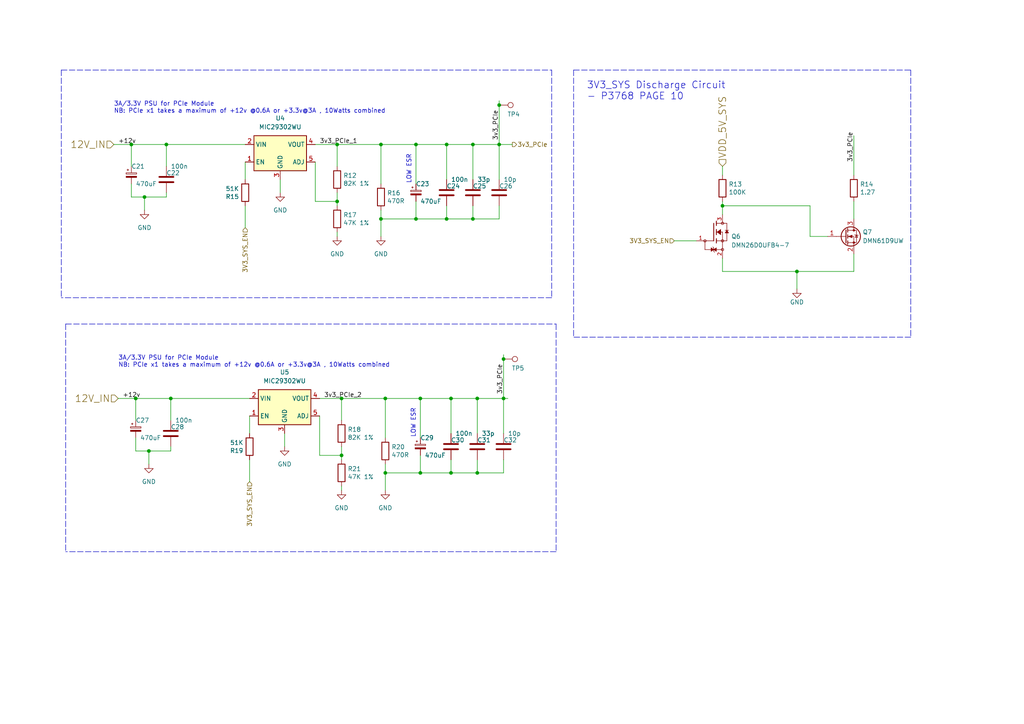
<source format=kicad_sch>
(kicad_sch (version 20211123) (generator eeschema)
  (paper "A4")
  (title_block (date "2023-05-28") (company "www.infinitytech.ltd") (comment 1 "(+20) 010 60 44 9214") (comment 2 "Design By: Mohamed Maher") (comment 4 "Jetson Orin SOM Custom Carrier Boards V1.0"))
  (lib_symbols
    (symbol "Connector:TestPoint" (pin_numbers hide) (pin_names (offset 0.762) hide)
      (property "Reference" "TP" (at 0 6.858 0))
      (property "Value" "TestPoint" (at 0 5.08 0))
      (symbol "TestPoint_0_1"
        (circle (center 0 3.302) (radius 0.762))
      )
      (symbol "TestPoint_1_1"
        (pin passive line (at 0 0 90) (length 2.54) (name "1") (number "1"))
      )
    )
    (symbol "DMN26D0UFB4-7:DMN26D0UFB4-7" (pin_names (offset 1.016))
      (property "Reference" "Q" (at -8.89 2.54 0))
      (property "Value" "DMN26D0UFB4-7" (at -8.89 -10.16 0))
      (symbol "DMN26D0UFB4-7_0_0"
        (circle (center -2.54 -2.54) (radius 0.3592))
        (polyline (pts (xy -2.54 -5.08) (xy 2.54 -5.08)) (stroke (width 0.1524)))
        (polyline (pts (xy -2.54 -2.54) (xy -2.54 -5.08)) (stroke (width 0.1524)))
        (polyline (pts (xy -2.54 -2.54) (xy 0 -2.54)) (stroke (width 0.1524)))
        (polyline (pts (xy 0 -4.572) (xy -0.254 -4.318)) (stroke (width 0.1524)))
        (polyline (pts (xy 0 -4.572) (xy 0 -5.588)) (stroke (width 0.1524)))
        (polyline (pts (xy 0 2.54) (xy 0 -2.54)) (stroke (width 0.254)))
        (polyline (pts (xy 0.254 -5.842) (xy 0 -5.588)) (stroke (width 0.1524)))
        (polyline (pts (xy 0.762 -2.54) (xy 0.762 -3.175)) (stroke (width 0.254)))
        (polyline (pts (xy 0.762 -1.905) (xy 0.762 -2.54)) (stroke (width 0.254)))
        (polyline (pts (xy 0.762 0) (xy 0.762 -0.762)) (stroke (width 0.254)))
        (polyline (pts (xy 0.762 0) (xy 2.54 0)) (stroke (width 0.1524)))
        (polyline (pts (xy 0.762 0.762) (xy 0.762 0)) (stroke (width 0.254)))
        (polyline (pts (xy 0.762 2.54) (xy 0.762 1.905)) (stroke (width 0.254)))
        (polyline (pts (xy 0.762 2.54) (xy 3.81 2.54)) (stroke (width 0.1524)))
        (polyline (pts (xy 0.762 3.175) (xy 0.762 2.54)) (stroke (width 0.254)))
        (polyline (pts (xy 2.54 -5.08) (xy 2.54 -2.54)) (stroke (width 0.1524)))
        (polyline (pts (xy 2.54 -2.54) (xy 0.762 -2.54)) (stroke (width 0.1524)))
        (polyline (pts (xy 2.54 -2.54) (xy 3.81 -2.54)) (stroke (width 0.1524)))
        (polyline (pts (xy 2.54 0) (xy 2.54 -2.54)) (stroke (width 0.1524)))
        (polyline (pts (xy 3.81 0.508) (xy 3.302 0.508)) (stroke (width 0.1524)))
        (polyline (pts (xy 3.81 0.508) (xy 3.81 -2.54)) (stroke (width 0.1524)))
        (polyline (pts (xy 3.81 2.54) (xy 3.81 0.508)) (stroke (width 0.1524)))
        (polyline (pts (xy 4.318 0.508) (xy 3.81 0.508)) (stroke (width 0.1524)))
        (polyline (pts (xy 0 -5.08) (xy -0.762 -4.572) (xy -0.762 -5.588) (xy 0 -5.08)) (stroke (width 0.1524)) (fill (type outline)))
        (polyline (pts (xy 0 -5.08) (xy 0.762 -5.588) (xy 0.762 -4.572) (xy 0 -5.08)) (stroke (width 0.1524)) (fill (type outline)))
        (polyline (pts (xy 1.016 0) (xy 2.032 0.762) (xy 2.032 -0.762) (xy 1.016 0)) (stroke (width 0.1524)) (fill (type outline)))
        (polyline (pts (xy 3.81 0.508) (xy 3.302 -0.254) (xy 4.318 -0.254) (xy 3.81 0.508)) (stroke (width 0.1524)) (fill (type outline)))
        (circle (center 2.54 -5.08) (radius 0.3592))
        (circle (center 2.54 -2.54) (radius 0.3592))
        (circle (center 2.54 2.54) (radius 0.3592))
        (pin passive line (at -5.08 -2.54 0) (length 2.54) (name "~") (number "1"))
        (pin passive line (at 2.54 -7.62 90) (length 2.54) (name "~") (number "2"))
        (pin passive line (at 2.54 5.08 270) (length 2.54) (name "~") (number "3"))
      )
    )
    (symbol "Device:C" (pin_numbers hide) (pin_names (offset 0.254))
      (property "Reference" "C" (at 0.635 2.54 0))
      (property "Value" "C" (at 0.635 -2.54 0))
      (symbol "C_0_1"
        (polyline (pts (xy -2.032 -0.762) (xy 2.032 -0.762)) (stroke (width 0.508)))
        (polyline (pts (xy -2.032 0.762) (xy 2.032 0.762)) (stroke (width 0.508)))
      )
      (symbol "C_1_1"
        (pin passive line (at 0 3.81 270) (length 2.794) (name "~") (number "1"))
        (pin passive line (at 0 -3.81 90) (length 2.794) (name "~") (number "2"))
      )
    )
    (symbol "Device:C_Polarized_Small" (pin_numbers hide) (pin_names (offset 0.254) hide)
      (property "Reference" "C" (at 0.254 1.778 0))
      (property "Value" "C_Polarized_Small" (at 0.254 -2.032 0))
      (symbol "C_Polarized_Small_0_1"
        (rectangle (start -1.524 -0.3048) (end 1.524 -0.6858) (fill (type outline)))
        (rectangle (start -1.524 0.6858) (end 1.524 0.3048))
        (polyline (pts (xy -1.27 1.524) (xy -0.762 1.524)))
        (polyline (pts (xy -1.016 1.27) (xy -1.016 1.778)))
      )
      (symbol "C_Polarized_Small_1_1"
        (pin passive line (at 0 2.54 270) (length 1.8542) (name "~") (number "1"))
        (pin passive line (at 0 -2.54 90) (length 1.8542) (name "~") (number "2"))
      )
    )
    (symbol "Device:R" (pin_numbers hide) (pin_names (offset 0))
      (property "Reference" "R" (at 2.032 0 90))
      (property "Value" "R" (at 0 0 90))
      (symbol "R_0_1"
        (rectangle (start -1.016 -2.54) (end 1.016 2.54) (stroke (width 0.254)))
      )
      (symbol "R_1_1"
        (pin passive line (at 0 3.81 270) (length 1.27) (name "~") (number "1"))
        (pin passive line (at 0 -3.81 90) (length 1.27) (name "~") (number "2"))
      )
    )
    (symbol "Regulator_Linear:MIC29302WU"
      (property "Reference" "U" (at -6.35 6.35 0))
      (property "Value" "MIC29302WU" (at 2.54 6.35 0))
      (symbol "MIC29302WU_1_1"
        (rectangle (start -7.62 5.08) (end 7.62 -5.08) (stroke (width 0.254)) (fill (type background)))
        (pin input line (at -10.16 -2.54 0) (length 2.54) (name "EN") (number "1"))
        (pin power_in line (at -10.16 2.54 0) (length 2.54) (name "VIN") (number "2"))
        (pin power_in line (at 0 -7.62 90) (length 2.54) (name "GND") (number "3"))
        (pin power_out line (at 10.16 2.54 180) (length 2.54) (name "VOUT") (number "4"))
        (pin input line (at 10.16 -2.54 180) (length 2.54) (name "ADJ") (number "5"))
      )
    )
    (symbol "Transistor_FET:DMN6140L" (pin_names hide)
      (property "Reference" "Q" (at 5.08 1.905 0))
      (property "Value" "DMN6140L" (at 5.08 0 0))
      (symbol "DMN6140L_0_1"
        (polyline (pts (xy 0.254 0) (xy -2.54 0)))
        (polyline (pts (xy 0.254 1.905) (xy 0.254 -1.905)) (stroke (width 0.254)))
        (polyline (pts (xy 0.762 -1.27) (xy 0.762 -2.286)) (stroke (width 0.254)))
        (polyline (pts (xy 0.762 0.508) (xy 0.762 -0.508)) (stroke (width 0.254)))
        (polyline (pts (xy 0.762 2.286) (xy 0.762 1.27)) (stroke (width 0.254)))
        (polyline (pts (xy 2.54 2.54) (xy 2.54 1.778)))
        (polyline (pts (xy 2.54 -2.54) (xy 2.54 0) (xy 0.762 0)))
        (polyline (pts (xy 0.762 -1.778) (xy 3.302 -1.778) (xy 3.302 1.778) (xy 0.762 1.778)))
        (polyline (pts (xy 1.016 0) (xy 2.032 0.381) (xy 2.032 -0.381) (xy 1.016 0)) (fill (type outline)))
        (polyline (pts (xy 2.794 0.508) (xy 2.921 0.381) (xy 3.683 0.381) (xy 3.81 0.254)))
        (polyline (pts (xy 3.302 0.381) (xy 2.921 -0.254) (xy 3.683 -0.254) (xy 3.302 0.381)))
        (circle (center 1.651 0) (radius 2.794) (stroke (width 0.254)))
        (circle (center 2.54 -1.778) (radius 0.254) (fill (type outline)))
        (circle (center 2.54 1.778) (radius 0.254) (fill (type outline)))
      )
      (symbol "DMN6140L_1_1"
        (pin input line (at -5.08 0 0) (length 2.54) (name "G") (number "1"))
        (pin passive line (at 2.54 -5.08 90) (length 2.54) (name "S") (number "2"))
        (pin passive line (at 2.54 5.08 270) (length 2.54) (name "D") (number "3"))
      )
    )
    (symbol "power:GND" (power) (pin_names (offset 0))
      (property "Value" "GND" (at 0 -3.81 0))
      (symbol "GND_0_1"
        (polyline (pts (xy 0 0) (xy 0 -1.27) (xy 1.27 -1.27) (xy 0 -2.54) (xy -1.27 -1.27) (xy 0 -1.27)))
      )
      (symbol "GND_1_1"
        (pin power_in line (at 0 0 270) (length 0) hide (name "GND") (number "1"))
      )
    )
  )
  (junction (at 43.18 130.81))
  (junction (at 121.92 115.57))
  (junction (at 110.49 63.5))
  (junction (at 130.81 115.57))
  (junction (at 137.16 41.91))
  (junction (at 144.78 41.91))
  (junction (at 120.65 41.91))
  (junction (at 111.76 137.16))
  (junction (at 120.65 63.5))
  (junction (at 99.06 115.57))
  (junction (at 137.16 63.5))
  (junction (at 97.79 58.42))
  (junction (at 138.43 115.57))
  (junction (at 38.1 41.91))
  (junction (at 111.76 115.57))
  (junction (at 110.49 41.91))
  (junction (at 231.14 78.74))
  (junction (at 49.53 115.57))
  (junction (at 129.54 63.5))
  (junction (at 130.81 137.16))
  (junction (at 48.26 41.91))
  (junction (at 146.05 115.57))
  (junction (at 129.54 41.91))
  (junction (at 138.43 137.16))
  (junction (at 39.37 115.57))
  (junction (at 97.79 41.91))
  (junction (at 209.55 59.69))
  (junction (at 146.05 104.14))
  (junction (at 144.78 30.48))
  (junction (at 41.91 57.15))
  (junction (at 99.06 132.08))
  (junction (at 121.92 137.16))
  (wire (pts (xy 121.92 115.57) (xy 111.76 115.57)))
  (wire (pts (xy 240.03 68.58) (xy 234.95 68.58)))
  (wire (pts (xy 247.65 39.37) (xy 247.65 50.8)))
  (wire (pts (xy 39.37 115.57) (xy 49.53 115.57)))
  (wire (pts (xy 144.78 59.69) (xy 144.78 63.5)))
  (wire (pts (xy 111.76 127) (xy 111.76 115.57)))
  (wire (pts (xy 92.71 120.65) (xy 92.71 132.08)))
  (wire (pts (xy 38.1 41.91) (xy 38.1 48.26)))
  (wire (pts (xy 33.02 41.91) (xy 38.1 41.91)))
  (wire (pts (xy 41.91 57.15) (xy 48.26 57.15)))
  (wire (pts (xy 111.76 137.16) (xy 111.76 142.24)))
  (polyline (pts (xy 264.16 97.79) (xy 166.37 97.79)))
  (wire (pts (xy 97.79 55.88) (xy 97.79 58.42)))
  (polyline (pts (xy 264.16 20.32) (xy 264.16 97.79)))
  (wire (pts (xy 91.44 46.99) (xy 91.44 58.42)))
  (wire (pts (xy 138.43 137.16) (xy 130.81 137.16)))
  (wire (pts (xy 91.44 58.42) (xy 97.79 58.42)))
  (wire (pts (xy 209.55 48.26) (xy 209.55 50.8)))
  (wire (pts (xy 34.29 115.57) (xy 39.37 115.57)))
  (wire (pts (xy 129.54 63.5) (xy 120.65 63.5)))
  (wire (pts (xy 130.81 133.35) (xy 130.81 137.16)))
  (wire (pts (xy 110.49 41.91) (xy 97.79 41.91)))
  (wire (pts (xy 130.81 137.16) (xy 121.92 137.16)))
  (wire (pts (xy 146.05 125.73) (xy 146.05 115.57)))
  (wire (pts (xy 92.71 132.08) (xy 99.06 132.08)))
  (wire (pts (xy 138.43 115.57) (xy 130.81 115.57)))
  (wire (pts (xy 144.78 63.5) (xy 137.16 63.5)))
  (polyline (pts (xy 166.37 20.32) (xy 264.16 20.32)))
  (wire (pts (xy 39.37 130.81) (xy 43.18 130.81)))
  (wire (pts (xy 146.05 104.14) (xy 146.05 115.57)))
  (wire (pts (xy 97.79 58.42) (xy 97.79 59.69)))
  (wire (pts (xy 209.55 59.69) (xy 209.55 62.23)))
  (wire (pts (xy 146.05 102.87) (xy 146.05 104.14)))
  (wire (pts (xy 120.65 58.42) (xy 120.65 63.5)))
  (wire (pts (xy 110.49 53.34) (xy 110.49 41.91)))
  (wire (pts (xy 99.06 129.54) (xy 99.06 132.08)))
  (wire (pts (xy 234.95 68.58) (xy 234.95 59.69)))
  (wire (pts (xy 144.78 41.91) (xy 148.59 41.91)))
  (wire (pts (xy 138.43 115.57) (xy 146.05 115.57)))
  (wire (pts (xy 99.06 132.08) (xy 99.06 133.35)))
  (wire (pts (xy 71.12 66.04) (xy 71.12 59.69)))
  (wire (pts (xy 72.39 125.73) (xy 72.39 120.65)))
  (wire (pts (xy 231.14 83.82) (xy 231.14 78.74)))
  (wire (pts (xy 48.26 57.15) (xy 48.26 55.88)))
  (polyline (pts (xy 166.37 20.32) (xy 166.37 97.79)))
  (wire (pts (xy 111.76 134.62) (xy 111.76 137.16)))
  (wire (pts (xy 144.78 52.07) (xy 144.78 41.91)))
  (wire (pts (xy 82.55 125.73) (xy 82.55 129.54)))
  (wire (pts (xy 209.55 59.69) (xy 234.95 59.69)))
  (wire (pts (xy 247.65 78.74) (xy 247.65 73.66)))
  (wire (pts (xy 38.1 57.15) (xy 41.91 57.15)))
  (wire (pts (xy 209.55 58.42) (xy 209.55 59.69)))
  (polyline (pts (xy 19.05 93.98) (xy 19.05 160.02)))
  (wire (pts (xy 38.1 41.91) (xy 48.26 41.91)))
  (wire (pts (xy 129.54 52.07) (xy 129.54 41.91)))
  (wire (pts (xy 41.91 57.15) (xy 41.91 60.96)))
  (wire (pts (xy 146.05 137.16) (xy 138.43 137.16)))
  (wire (pts (xy 71.12 52.07) (xy 71.12 46.99)))
  (wire (pts (xy 137.16 59.69) (xy 137.16 63.5)))
  (wire (pts (xy 120.65 41.91) (xy 110.49 41.91)))
  (wire (pts (xy 130.81 125.73) (xy 130.81 115.57)))
  (wire (pts (xy 39.37 127) (xy 39.37 130.81)))
  (wire (pts (xy 38.1 53.34) (xy 38.1 57.15)))
  (polyline (pts (xy 160.02 86.36) (xy 17.78 86.36)))
  (wire (pts (xy 247.65 58.42) (xy 247.65 63.5)))
  (wire (pts (xy 97.79 68.58) (xy 97.79 67.31)))
  (wire (pts (xy 129.54 41.91) (xy 120.65 41.91)))
  (wire (pts (xy 138.43 125.73) (xy 138.43 115.57)))
  (polyline (pts (xy 17.78 20.32) (xy 17.78 86.36)))
  (wire (pts (xy 121.92 132.08) (xy 121.92 137.16)))
  (wire (pts (xy 137.16 52.07) (xy 137.16 41.91)))
  (wire (pts (xy 48.26 41.91) (xy 48.26 48.26)))
  (wire (pts (xy 130.81 115.57) (xy 121.92 115.57)))
  (polyline (pts (xy 161.29 160.02) (xy 19.05 160.02)))
  (wire (pts (xy 146.05 133.35) (xy 146.05 137.16)))
  (polyline (pts (xy 17.78 20.32) (xy 160.02 20.32)))
  (wire (pts (xy 137.16 41.91) (xy 129.54 41.91)))
  (wire (pts (xy 111.76 115.57) (xy 99.06 115.57)))
  (wire (pts (xy 137.16 63.5) (xy 129.54 63.5)))
  (wire (pts (xy 99.06 115.57) (xy 99.06 121.92)))
  (wire (pts (xy 110.49 63.5) (xy 110.49 68.58)))
  (wire (pts (xy 43.18 130.81) (xy 43.18 134.62)))
  (wire (pts (xy 195.58 69.85) (xy 201.93 69.85)))
  (wire (pts (xy 39.37 115.57) (xy 39.37 121.92)))
  (polyline (pts (xy 161.29 93.98) (xy 161.29 160.02)))
  (wire (pts (xy 43.18 130.81) (xy 49.53 130.81)))
  (wire (pts (xy 49.53 115.57) (xy 49.53 121.92)))
  (wire (pts (xy 92.71 115.57) (xy 99.06 115.57)))
  (wire (pts (xy 209.55 78.74) (xy 231.14 78.74)))
  (wire (pts (xy 120.65 63.5) (xy 110.49 63.5)))
  (wire (pts (xy 138.43 133.35) (xy 138.43 137.16)))
  (polyline (pts (xy 19.05 93.98) (xy 161.29 93.98)))
  (wire (pts (xy 120.65 53.34) (xy 120.65 41.91)))
  (wire (pts (xy 146.05 115.57) (xy 147.32 115.57)))
  (wire (pts (xy 144.78 30.48) (xy 144.78 41.91)))
  (wire (pts (xy 209.55 74.93) (xy 209.55 78.74)))
  (wire (pts (xy 99.06 142.24) (xy 99.06 140.97)))
  (wire (pts (xy 48.26 41.91) (xy 71.12 41.91)))
  (wire (pts (xy 231.14 78.74) (xy 247.65 78.74)))
  (wire (pts (xy 110.49 60.96) (xy 110.49 63.5)))
  (polyline (pts (xy 160.02 20.32) (xy 160.02 86.36)))
  (wire (pts (xy 144.78 29.21) (xy 144.78 30.48)))
  (wire (pts (xy 97.79 41.91) (xy 97.79 48.26)))
  (wire (pts (xy 121.92 127) (xy 121.92 115.57)))
  (wire (pts (xy 72.39 139.7) (xy 72.39 133.35)))
  (wire (pts (xy 129.54 59.69) (xy 129.54 63.5)))
  (wire (pts (xy 81.28 52.07) (xy 81.28 55.88)))
  (wire (pts (xy 49.53 115.57) (xy 72.39 115.57)))
  (wire (pts (xy 49.53 130.81) (xy 49.53 129.54)))
  (wire (pts (xy 137.16 41.91) (xy 144.78 41.91)))
  (wire (pts (xy 121.92 137.16) (xy 111.76 137.16)))
  (wire (pts (xy 91.44 41.91) (xy 97.79 41.91)))
  (text "3V3_SYS Discharge Circuit\n- P3768 PAGE 10" (at 170.18 29.21 0) (effects (font (size 2 2)) (justify left bottom)))
  (text "3A/3.3V PSU for PCIe Module\nNB: PCIe x1 takes a maximum of +12v @0.6A or +3.3v@3A , 10Watts combined" (at 34.29 106.68 0) (effects (font (size 1.27 1.27)) (justify left bottom)))
  (text "LOW ESR" (at 119.38 53.34 90) (effects (font (size 1.27 1.27)) (justify left bottom)))
  (text "LOW ESR" (at 120.65 127 90) (effects (font (size 1.27 1.27)) (justify left bottom)))
  (text "3A/3.3V PSU for PCIe Module\nNB: PCIe x1 takes a maximum of +12v @0.6A or +3.3v@3A , 10Watts combined" (at 33.02 33.02 0) (effects (font (size 1.27 1.27)) (justify left bottom)))
  (label "3v3_PCIe_2" (at 93.98 115.57 0))
  (label "+12v" (at 34.29 41.91 0))
  (label "3v3_PCIe" (at 247.65 46.99 90))
  (label "3v3_PCIe_1" (at 92.71 41.91 0))
  (label "3v3_PCIe" (at 146.05 114.3 90))
  (label "3v3_PCIe" (at 144.78 40.64 90))
  (label "+12v" (at 35.56 115.57 0))
  (hierarchical_label "12V_IN" (shape input) (at 34.29 115.57 180) (effects (font (size 2.0066 2.0066))))
  (hierarchical_label "3v3_PCIe" (shape output) (at 148.59 41.91 0))
  (hierarchical_label "12V_IN" (shape input) (at 33.02 41.91 180) (effects (font (size 2.0066 2.0066))))
  (hierarchical_label "3V3_SYS_EN" (shape input) (at 72.39 139.7 270))
  (hierarchical_label "VDD_5V_SYS" (shape input) (at 209.55 48.26 90) (effects (font (size 2.0066 2.0066))))
  (hierarchical_label "3V3_SYS_EN" (shape input) (at 71.12 66.04 270))
  (hierarchical_label "3V3_SYS_EN" (shape input) (at 195.58 69.85 180))
  (symbol (lib_id "Device:R") (at 99.06 137.16 0) (unit 1)
    (property "Reference" "R21" (at 100.838 135.9916 0) (effects (justify left)))
    (property "Value" "47K 1%" (at 100.838 138.303 0) (effects (justify left)))
    (property "Footprint" "Resistor_SMD:R_0201_0603Metric" (effects hide))
    (property "Datasheet" "https://fscdn.rohm.com/en/products/databook/datasheet/passive/resistor/chip_resistor/mcr-e.pdf" (effects hide))
    (property "Field4" "Farnell" (effects hide))
    (property "Field5" "9239367" (effects hide))
    (property "Field7" "Rohm" (effects hide))
    (property "LCSC" "C138139" (effects hide))
  )
  (symbol (lib_id "power:GND") (at 110.49 68.58 0) (unit 1)
    (property "Reference" "#PWR0119" (effects hide))
    (property "Value" "GND" (at 110.49 73.66 0))
  )
  (symbol (lib_id "Device:C") (at 129.54 55.88 0) (unit 1)
    (property "Reference" "C24" (at 129.54 53.975 0) (effects (justify left)))
    (property "Value" "100n" (at 130.81 52.07 0) (effects (justify left)))
    (property "Footprint" "Capacitor_SMD:C_0201_0603Metric" (effects hide))
    (property "Datasheet" "https://psearch.en.murata.com/capacitor/product/GRM155R62A104KE14%23.pdf" (effects hide))
    (property "Field4" "Farnell" (effects hide))
    (property "Field5" "2611907" (effects hide))
    (property "Field6" "GRM155R62A104KE14D" (effects hide))
    (property "Field7" "Murata" (effects hide))
    (property "Part Description" "	0.1uF 10% 100V Ceramic Capacitor X5R 0402 (1005 Metric)" (effects hide))
    (property "LCSC" "C307380" (effects hide))
  )
  (symbol (lib_id "Connector:TestPoint") (at 146.05 104.14 270) (unit 1)
    (property "Reference" "TP5" (at 148.4122 106.807 90) (effects (justify left)))
    (property "Value" "TestPoint" (effects hide))
    (property "Footprint" "TestPoint:TestPoint_Pad_D1.0mm" (effects hide))
    (property "Field4" "nf" (effects hide))
    (property "Field5" "nf" (effects hide))
    (property "Field6" "nf" (effects hide))
    (property "Field7" "nf" (effects hide))
  )
  (symbol (lib_id "power:GND") (at 82.55 129.54 0) (unit 1)
    (property "Reference" "#PWR0125" (effects hide))
    (property "Value" "GND" (at 82.55 134.62 0))
  )
  (symbol (lib_id "Device:C") (at 130.81 129.54 0) (unit 1)
    (property "Reference" "C30" (at 130.81 127.635 0) (effects (justify left)))
    (property "Value" "100n" (at 132.08 125.73 0) (effects (justify left)))
    (property "Footprint" "Capacitor_SMD:C_0201_0603Metric" (effects hide))
    (property "Datasheet" "https://psearch.en.murata.com/capacitor/product/GRM155R62A104KE14%23.pdf" (effects hide))
    (property "Field4" "Farnell" (effects hide))
    (property "Field5" "2611907" (effects hide))
    (property "Field6" "GRM155R62A104KE14D" (effects hide))
    (property "Field7" "Murata" (effects hide))
    (property "Part Description" "	0.1uF 10% 100V Ceramic Capacitor X5R 0402 (1005 Metric)" (effects hide))
    (property "LCSC" "C307380" (effects hide))
  )
  (symbol (lib_id "Device:C_Polarized_Small") (at 39.37 124.46 0) (unit 1)
    (property "Reference" "C27" (at 39.37 121.92 0) (effects (justify left)))
    (property "Value" "470uF" (at 40.64 127 0) (effects (justify left)))
    (property "Footprint" "Kemet _3760_H:Kemet _3760_H" (effects hide))
    (property "LCSC" "C600599" (effects hide))
  )
  (symbol (lib_id "Regulator_Linear:MIC29302WU") (at 82.55 118.11 0) (unit 1)
    (property "Reference" "U5" (at 82.55 107.95 0))
    (property "Value" "MIC29302WU" (at 82.55 110.49 0))
    (property "Footprint" "Package_TO_SOT_SMD:TO-263-5_TabPin3" (effects hide))
    (property "Datasheet" "http://ww1.microchip.com/downloads/en/devicedoc/20005685a.pdf" (effects hide))
    (property "LCSC" "C11149" (effects hide))
  )
  (symbol (lib_id "Device:C") (at 146.05 129.54 0) (unit 1)
    (property "Reference" "C32" (at 146.05 127.635 0) (effects (justify left)))
    (property "Value" "10p" (at 147.32 125.73 0) (effects (justify left)))
    (property "Footprint" "Capacitor_SMD:C_0201_0603Metric" (effects hide))
    (property "Datasheet" "https://psearch.en.murata.com/capacitor/product/GRM155R62A104KE14%23.pdf" (effects hide))
    (property "Field4" "Farnell" (effects hide))
    (property "Field5" "2611907" (effects hide))
    (property "Field6" "GRM155R62A104KE14D" (effects hide))
    (property "Field7" "Murata" (effects hide))
    (property "LCSC" "C272871" (effects hide))
  )
  (symbol (lib_id "Device:R") (at 97.79 52.07 0) (unit 1)
    (property "Reference" "R12" (at 99.568 50.9016 0) (effects (justify left)))
    (property "Value" "82K 1%" (at 99.568 53.213 0) (effects (justify left)))
    (property "Footprint" "Resistor_SMD:R_0201_0603Metric" (effects hide))
    (property "Datasheet" "https://fscdn.rohm.com/en/products/databook/datasheet/passive/resistor/chip_resistor/mcr-e.pdf" (effects hide))
    (property "Field4" "Farnell" (effects hide))
    (property "Field5" "9239367" (effects hide))
    (property "Field7" "Rohm" (effects hide))
    (property "LCSC" "C384402" (effects hide))
  )
  (symbol (lib_id "Connector:TestPoint") (at 144.78 30.48 270) (unit 1)
    (property "Reference" "TP4" (at 147.1422 33.147 90) (effects (justify left)))
    (property "Value" "TestPoint" (effects hide))
    (property "Footprint" "TestPoint:TestPoint_Pad_D1.0mm" (effects hide))
    (property "Field4" "nf" (effects hide))
    (property "Field5" "nf" (effects hide))
    (property "Field6" "nf" (effects hide))
    (property "Field7" "nf" (effects hide))
  )
  (symbol (lib_id "Device:C_Polarized_Small") (at 121.92 129.54 0) (unit 1)
    (property "Reference" "C29" (at 121.92 127 0) (effects (justify left)))
    (property "Value" "470uF" (at 123.19 132.08 0) (effects (justify left)))
    (property "Footprint" "Capacitor_Tantalum_SMD:CP_EIA-7343-31_Kemet-D" (effects hide))
    (property "LCSC" "C116576" (effects hide))
  )
  (symbol (lib_id "power:GND") (at 81.28 55.88 0) (unit 1)
    (property "Reference" "#PWR0121" (effects hide))
    (property "Value" "GND" (at 81.28 60.96 0))
  )
  (symbol (lib_id "power:GND") (at 41.91 60.96 0) (unit 1)
    (property "Reference" "#PWR0118" (effects hide))
    (property "Value" "GND" (at 41.91 66.04 0))
  )
  (symbol (lib_id "power:GND") (at 231.14 83.82 0) (unit 1)
    (property "Reference" "#PWR0126" (effects hide))
    (property "Value" "GND" (at 231.14 87.63 0))
  )
  (symbol (lib_id "Transistor_FET:DMN6140L") (at 245.11 68.58 0) (unit 1)
    (property "Reference" "Q7" (at 250.19 67.31 0) (effects (justify left)))
    (property "Value" "DMN61D9UW" (at 250.19 69.85 0) (effects (justify left)))
    (property "Footprint" "DMN61D9UW-7:SOT65P210X110-3N" (effects hide))
    (property "Datasheet" "http://www.diodes.com/assets/Datasheets/DMN6140L.pdf" (effects hide))
    (property "LCSC" "C151592" (effects hide))
  )
  (symbol (lib_id "power:GND") (at 99.06 142.24 0) (unit 1)
    (property "Reference" "#PWR0123" (effects hide))
    (property "Value" "GND" (at 99.06 147.32 0))
  )
  (symbol (lib_id "Device:C") (at 138.43 129.54 0) (unit 1)
    (property "Reference" "C31" (at 138.43 127.635 0) (effects (justify left)))
    (property "Value" "33p" (at 139.7 125.73 0) (effects (justify left)))
    (property "Footprint" "Capacitor_SMD:C_0201_0603Metric" (effects hide))
    (property "Datasheet" "https://psearch.en.murata.com/capacitor/product/GRM155R62A104KE14%23.pdf" (effects hide))
    (property "Field4" "Farnell" (effects hide))
    (property "Field5" "2611907" (effects hide))
    (property "Field6" "GRM155R62A104KE14D" (effects hide))
    (property "Field7" "Murata" (effects hide))
    (property "LCSC" "C277477" (effects hide))
  )
  (symbol (lib_id "Device:C_Polarized_Small") (at 38.1 50.8 0) (unit 1)
    (property "Reference" "C21" (at 38.1 48.26 0) (effects (justify left)))
    (property "Value" "470uF" (at 39.37 53.34 0) (effects (justify left)))
    (property "Footprint" "Kemet _3760_H:Kemet _3760_H" (effects hide))
    (property "LCSC" "C600599" (effects hide))
  )
  (symbol (lib_id "Device:R") (at 209.55 54.61 0) (unit 1)
    (property "Reference" "R13" (at 211.328 53.4416 0) (effects (justify left)))
    (property "Value" "100K" (at 211.328 55.753 0) (effects (justify left)))
    (property "Footprint" "Resistor_SMD:R_0201_0603Metric" (effects hide))
    (property "Datasheet" "https://fscdn.rohm.com/en/products/databook/datasheet/passive/resistor/chip_resistor/mcr-e.pdf" (effects hide))
    (property "Field4" "Farnell" (effects hide))
    (property "Field5" "9239367" (effects hide))
    (property "Field7" "Rohm" (effects hide))
    (property "Field6" "MCR01MZPF1202" (effects hide))
    (property "Part Description" "Resistor 12K M1005 1% 63mW" (effects hide))
    (property "LCSC" "C106224" (effects hide))
  )
  (symbol (lib_id "Device:R") (at 72.39 129.54 180) (unit 1)
    (property "Reference" "R19" (at 70.612 130.7084 0) (effects (justify left)))
    (property "Value" "51K" (at 70.612 128.397 0) (effects (justify left)))
    (property "Footprint" "Resistor_SMD:R_0201_0603Metric" (effects hide))
    (property "Datasheet" "https://fscdn.rohm.com/en/products/databook/datasheet/passive/resistor/chip_resistor/mcr-e.pdf" (effects hide))
    (property "Field4" "Farnell" (effects hide))
    (property "Field5" "9239367" (effects hide))
    (property "Field7" "Rohm" (effects hide))
    (property "LCSC" "C171974" (effects hide))
  )
  (symbol (lib_id "Device:C") (at 48.26 52.07 0) (unit 1)
    (property "Reference" "C22" (at 48.26 50.165 0) (effects (justify left)))
    (property "Value" "100n" (at 49.53 48.26 0) (effects (justify left)))
    (property "Footprint" "Capacitor_SMD:C_0201_0603Metric" (effects hide))
    (property "Datasheet" "https://psearch.en.murata.com/capacitor/product/GRM155R62A104KE14%23.pdf" (effects hide))
    (property "Field4" "Farnell" (effects hide))
    (property "Field5" "2611907" (effects hide))
    (property "Field7" "Murata" (effects hide))
    (property "LCSC" "C307380" (effects hide))
  )
  (symbol (lib_id "Regulator_Linear:MIC29302WU") (at 81.28 44.45 0) (unit 1)
    (property "Reference" "U4" (at 81.28 34.29 0))
    (property "Value" "MIC29302WU" (at 81.28 36.83 0))
    (property "Footprint" "Package_TO_SOT_SMD:TO-263-5_TabPin3" (effects hide))
    (property "Datasheet" "http://ww1.microchip.com/downloads/en/devicedoc/20005685a.pdf" (effects hide))
    (property "LCSC" "C11149" (effects hide))
  )
  (symbol (lib_id "Device:R") (at 111.76 130.81 0) (unit 1)
    (property "Reference" "R20" (at 113.538 129.6416 0) (effects (justify left)))
    (property "Value" "470R" (at 113.538 131.953 0) (effects (justify left)))
    (property "Footprint" "Resistor_SMD:R_0201_0603Metric" (effects hide))
    (property "Datasheet" "https://fscdn.rohm.com/en/products/databook/datasheet/passive/resistor/chip_resistor/mcr-e.pdf" (effects hide))
    (property "Field4" "Farnell" (effects hide))
    (property "Field5" "9239367" (effects hide))
    (property "Field7" "Rohm" (effects hide))
    (property "LCSC" "C304545" (effects hide))
  )
  (symbol (lib_id "Device:R") (at 110.49 57.15 0) (unit 1)
    (property "Reference" "R16" (at 112.268 55.9816 0) (effects (justify left)))
    (property "Value" "470R" (at 112.268 58.293 0) (effects (justify left)))
    (property "Footprint" "Resistor_SMD:R_0201_0603Metric" (effects hide))
    (property "Datasheet" "https://fscdn.rohm.com/en/products/databook/datasheet/passive/resistor/chip_resistor/mcr-e.pdf" (effects hide))
    (property "Field4" "Farnell" (effects hide))
    (property "Field5" "9239367" (effects hide))
    (property "Field7" "Rohm" (effects hide))
    (property "LCSC" "C304545" (effects hide))
  )
  (symbol (lib_id "Device:R") (at 71.12 55.88 180) (unit 1)
    (property "Reference" "R15" (at 69.342 57.0484 0) (effects (justify left)))
    (property "Value" "51K" (at 69.342 54.737 0) (effects (justify left)))
    (property "Footprint" "Resistor_SMD:R_0201_0603Metric" (effects hide))
    (property "Datasheet" "https://fscdn.rohm.com/en/products/databook/datasheet/passive/resistor/chip_resistor/mcr-e.pdf" (effects hide))
    (property "Field4" "Farnell" (effects hide))
    (property "Field5" "9239367" (effects hide))
    (property "Field7" "Rohm" (effects hide))
    (property "LCSC" "C171974" (effects hide))
  )
  (symbol (lib_id "DMN26D0UFB4-7:DMN26D0UFB4-7") (at 207.01 67.31 0) (unit 1)
    (property "Reference" "Q6" (at 212.09 68.58 0) (effects (justify left)))
    (property "Value" "DMN26D0UFB4-7" (at 212.09 71.12 0) (effects (justify left)))
    (property "Footprint" "DMN26D0UFB4-7:TRXDFN100X60X40-3N" (effects hide))
    (property "PARTREV" "12-2" (effects hide))
    (property "MANUFACTURER" "Diodes Inc." (effects hide))
    (property "MAXIMUM_PACKAGE_HEIGHT" "0.4mm" (effects hide))
    (property "STANDARD" "IPC-7351B" (effects hide))
    (property "LCSC" "C260867" (effects hide))
  )
  (symbol (lib_id "power:GND") (at 97.79 68.58 0) (unit 1)
    (property "Reference" "#PWR0120" (effects hide))
    (property "Value" "GND" (at 97.79 73.66 0))
  )
  (symbol (lib_id "Device:R") (at 247.65 54.61 0) (unit 1)
    (property "Reference" "R14" (at 249.428 53.4416 0) (effects (justify left)))
    (property "Value" "1.27" (at 249.428 55.753 0) (effects (justify left)))
    (property "Footprint" "Resistor_SMD:R_0201_0603Metric" (effects hide))
    (property "Datasheet" "https://fscdn.rohm.com/en/products/databook/datasheet/passive/resistor/chip_resistor/mcr-e.pdf" (effects hide))
    (property "Field4" "Farnell" (effects hide))
    (property "Field5" "9239367" (effects hide))
    (property "Field7" "Rohm" (effects hide))
    (property "Field6" "MCR01MZPF1202" (effects hide))
    (property "Part Description" "Resistor 12K M1005 1% 63mW" (effects hide))
    (property "LCSC" "C2691510" (effects hide))
  )
  (symbol (lib_id "Device:C") (at 49.53 125.73 0) (unit 1)
    (property "Reference" "C28" (at 49.53 123.825 0) (effects (justify left)))
    (property "Value" "100n" (at 50.8 121.92 0) (effects (justify left)))
    (property "Footprint" "Capacitor_SMD:C_0201_0603Metric" (effects hide))
    (property "Datasheet" "https://psearch.en.murata.com/capacitor/product/GRM155R62A104KE14%23.pdf" (effects hide))
    (property "Field4" "Farnell" (effects hide))
    (property "Field5" "2611907" (effects hide))
    (property "Field7" "Murata" (effects hide))
    (property "LCSC" "C307380" (effects hide))
  )
  (symbol (lib_id "Device:C_Polarized_Small") (at 120.65 55.88 0) (unit 1)
    (property "Reference" "C23" (at 120.65 53.34 0) (effects (justify left)))
    (property "Value" "470uF" (at 121.92 58.42 0) (effects (justify left)))
    (property "Footprint" "Capacitor_Tantalum_SMD:CP_EIA-7343-31_Kemet-D" (effects hide))
    (property "LCSC" "C116576" (effects hide))
  )
  (symbol (lib_id "power:GND") (at 43.18 134.62 0) (unit 1)
    (property "Reference" "#PWR0124" (effects hide))
    (property "Value" "GND" (at 43.18 139.7 0))
  )
  (symbol (lib_id "Device:R") (at 99.06 125.73 0) (unit 1)
    (property "Reference" "R18" (at 100.838 124.5616 0) (effects (justify left)))
    (property "Value" "82K 1%" (at 100.838 126.873 0) (effects (justify left)))
    (property "Footprint" "Resistor_SMD:R_0201_0603Metric" (effects hide))
    (property "Datasheet" "https://fscdn.rohm.com/en/products/databook/datasheet/passive/resistor/chip_resistor/mcr-e.pdf" (effects hide))
    (property "Field4" "Farnell" (effects hide))
    (property "Field5" "9239367" (effects hide))
    (property "Field7" "Rohm" (effects hide))
    (property "LCSC" "C384402" (effects hide))
  )
  (symbol (lib_id "power:GND") (at 111.76 142.24 0) (unit 1)
    (property "Reference" "#PWR0122" (effects hide))
    (property "Value" "GND" (at 111.76 147.32 0))
  )
  (symbol (lib_id "Device:C") (at 137.16 55.88 0) (unit 1)
    (property "Reference" "C25" (at 137.16 53.975 0) (effects (justify left)))
    (property "Value" "33p" (at 138.43 52.07 0) (effects (justify left)))
    (property "Footprint" "Capacitor_SMD:C_0201_0603Metric" (effects hide))
    (property "Datasheet" "https://psearch.en.murata.com/capacitor/product/GRM155R62A104KE14%23.pdf" (effects hide))
    (property "Field4" "Farnell" (effects hide))
    (property "Field5" "2611907" (effects hide))
    (property "Field6" "GRM155R62A104KE14D" (effects hide))
    (property "Field7" "Murata" (effects hide))
    (property "LCSC" "C277477" (effects hide))
  )
  (symbol (lib_id "Device:C") (at 144.78 55.88 0) (unit 1)
    (property "Reference" "C26" (at 144.78 53.975 0) (effects (justify left)))
    (property "Value" "10p" (at 146.05 52.07 0) (effects (justify left)))
    (property "Footprint" "Capacitor_SMD:C_0201_0603Metric" (effects hide))
    (property "Datasheet" "https://psearch.en.murata.com/capacitor/product/GRM155R62A104KE14%23.pdf" (effects hide))
    (property "Field4" "Farnell" (effects hide))
    (property "Field5" "2611907" (effects hide))
    (property "Field6" "GRM155R62A104KE14D" (effects hide))
    (property "Field7" "Murata" (effects hide))
    (property "LCSC" "C272871" (effects hide))
  )
  (symbol (lib_id "Device:R") (at 97.79 63.5 0) (unit 1)
    (property "Reference" "R17" (at 99.568 62.3316 0) (effects (justify left)))
    (property "Value" "47K 1%" (at 99.568 64.643 0) (effects (justify left)))
    (property "Footprint" "Resistor_SMD:R_0201_0603Metric" (effects hide))
    (property "Datasheet" "https://fscdn.rohm.com/en/products/databook/datasheet/passive/resistor/chip_resistor/mcr-e.pdf" (effects hide))
    (property "Field4" "Farnell" (effects hide))
    (property "Field5" "9239367" (effects hide))
    (property "Field7" "Rohm" (effects hide))
    (property "LCSC" "C138139" (effects hide))
  )
)
</source>
